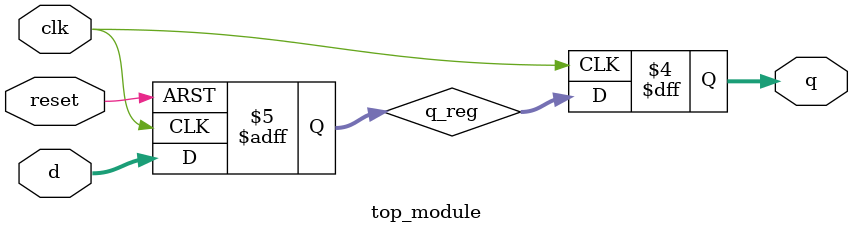
<source format=sv>
module top_module(
	input clk,
	input [7:0] d,
	input reset,
	output reg [7:0] q);

	reg [7:0] q_reg;
	always @(posedge clk or negedge reset) begin
		if (!reset) begin
			q_reg <= 8'h34;
		end else begin
			q_reg <= d;
		end
	end

	always @(negedge clk) begin
		q <= q_reg;
	end
endmodule

</source>
